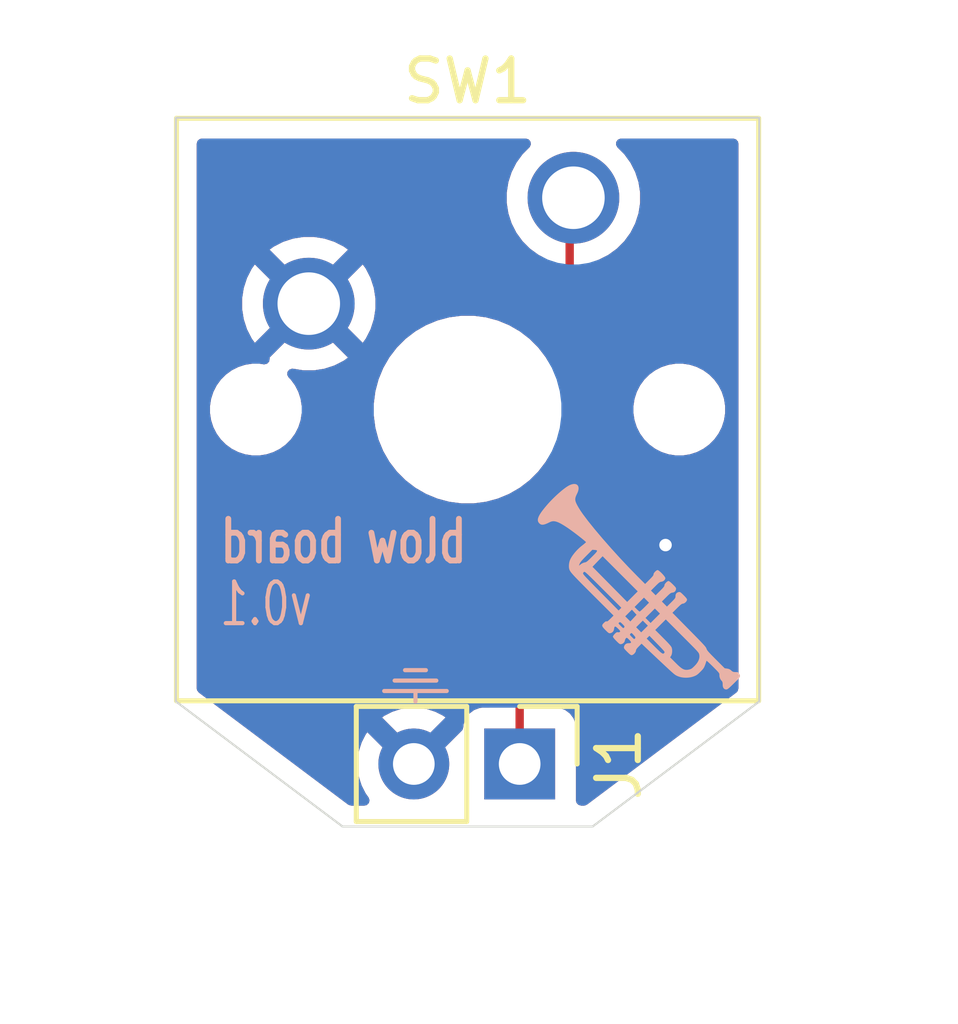
<source format=kicad_pcb>
(kicad_pcb (version 20241229) (generator "pcbnew") (generator_version "9.0")
  (layers (0 "F.Cu" signal) (2 "B.Cu" signal) (13 "F.Paste" user) (15 "B.Paste" user) (5 "F.SilkS" user "F.Silkscreen") (7 "B.SilkS" user "B.Silkscreen") (1 "F.Mask" user) (3 "B.Mask" user) (25 "Edge.Cuts" user))
  (net 0 "")
  (net 1 "GND")
  (net 2 "Net-(J1-Pin_1)")
  (footprint "Connector_PinHeader_2.54mm:PinHeader_1x02_P2.54mm_Vertical" (layer "F.Cu") (at 178.25 98.5 -90)
    (property "Reference" "J1" (at 0 -2.38 90) (layer "F.SilkS"))
    (property "Value" "Conn_01x02_Pin")
    (fp_line (start -1.38 3.92) (end 1.38 3.92) (stroke (width 0.12)) (layer "F.SilkS"))
    (fp_line (start -1.38 1.27) (end -1.38 3.92) (stroke (width 0.12)) (layer "F.SilkS"))
    (fp_line (start -1.38 1.27) (end 1.38 1.27) (stroke (width 0.12)) (layer "F.SilkS"))
    (fp_line (start 1.38 1.27) (end 1.38 3.92) (stroke (width 0.12)) (layer "F.SilkS"))
    (fp_line (start -1.38 0) (end -1.38 -1.38) (stroke (width 0.12)) (layer "F.SilkS"))
    (fp_line (start -1.38 -1.38) (end 0 -1.38) (stroke (width 0.12)) (layer "F.SilkS"))
    (pad "1" thru_hole rect (at 0 0 270) (size 1.7 1.7) (drill 1) (layers "*.Cu" "*.Mask") (net 2 "Net-(J1-Pin_1)"))
    (pad "2" thru_hole circle (at 0 2.54 270) (size 1.7 1.7) (drill 1) (layers "*.Cu" "*.Mask") (net 1 "GND"))
  )
  (footprint "Button_Switch_Keyboard:SW_Cherry_MX_1.00u_PCB" (layer "F.Cu") (at 179.54 84.92)
    (property "Reference" "SW1" (at -2.54 -2.794 0) (layer "F.SilkS"))
    (property "Value" "SW_Push")
    (fp_line (start -9.525 -1.905) (end 4.445 -1.905) (stroke (width 0.12)) (layer "F.SilkS"))
    (fp_line (start -9.525 12.065) (end -9.525 -1.905) (stroke (width 0.12)) (layer "F.SilkS"))
    (fp_line (start 4.445 -1.905) (end 4.445 12.065) (stroke (width 0.12)) (layer "F.SilkS"))
    (fp_line (start 4.445 12.065) (end -9.525 12.065) (stroke (width 0.12)) (layer "F.SilkS"))
    (pad "" np_thru_hole circle (at -7.62 5.08) (size 1.7 1.7) (drill 1.7) (layers "*.Cu" "*.Mask"))
    (pad "" np_thru_hole circle (at -2.54 5.08) (size 4 4) (drill 4) (layers "*.Cu" "*.Mask"))
    (pad "" np_thru_hole circle (at 2.54 5.08) (size 1.7 1.7) (drill 1.7) (layers "*.Cu" "*.Mask"))
    (pad "1" thru_hole circle (at 0 0) (size 2.2 2.2) (drill 1.5) (layers "*.Cu" "*.Mask") (net 2 "Net-(J1-Pin_1)"))
    (pad "2" thru_hole circle (at -6.35 2.54) (size 2.2 2.2) (drill 1.5) (layers "*.Cu" "*.Mask") (net 1 "GND"))
  )
  (gr_line (start 175 96.75) (end 176.5 96.75) (stroke (width 0.1)) (layer "B.SilkS"))
  (gr_poly (pts (xy 179.553148 91.784606) (xy 179.53969 91.785656) (xy 179.525593 91.787746) (xy 179.510878 91.790898) (xy 179.495567 91.795131) (xy 179.479681 91.800467) (xy 179.463242 91.806927) (xy 179.446271 91.814533) (xy 179.428791 91.823304) (xy 179.404741 91.837008) (xy 179.378167 91.853985) (xy 179.349361 91.873973) (xy 179.318616 91.896712) (xy 179.286226 91.921942) (xy 179.252482 91.949403) (xy 179.217677 91.978833) (xy 179.182105 92.009972) (xy 179.146058 92.04256) (xy 179.109828 92.076336) (xy 179.07371 92.111039) (xy 179.037995 92.14641) (xy 179.002976 92.182187) (xy 178.968946 92.21811) (xy 178.936198 92.253918) (xy 178.905024 92.289352) (xy 178.866725 92.334496) (xy 178.832289 92.37658) (xy 178.801653 92.415753) (xy 178.774755 92.452164) (xy 178.751531 92.485964) (xy 178.731919 92.517301) (xy 178.715856 92.546327) (xy 178.703279 92.573189) (xy 178.694125 92.598039) (xy 178.688331 92.621025) (xy 178.686674 92.631866) (xy 178.685834 92.642297) (xy 178.685802 92.652337) (xy 178.686571 92.662005) (xy 178.688133 92.67132) (xy 178.69048 92.680299) (xy 178.693604 92.688963) (xy 178.697497 92.697329) (xy 178.702152 92.705416) (xy 178.70756 92.713243) (xy 178.720606 92.728192) (xy 178.72544 92.732838) (xy 178.730321 92.737147) (xy 178.735265 92.741117) (xy 178.740285 92.744747) (xy 178.745396 92.748034) (xy 178.750613 92.750978) (xy 178.755948 92.753577) (xy 178.761418 92.755829) (xy 178.767036 92.757734) (xy 178.772816 92.759289) (xy 178.778774 92.760493) (xy 178.784922 92.761344) (xy 178.791276 92.761841) (xy 178.79785 92.761983) (xy 178.804658 92.761768) (xy 178.811715 92.761194) (xy 178.819035 92.76026) (xy 178.826632 92.758965) (xy 178.83452 92.757307) (xy 178.842715 92.755284) (xy 178.851229 92.752895) (xy 178.860079 92.750138) (xy 178.869277 92.747012) (xy 178.878838 92.743516) (xy 178.899108 92.735406) (xy 178.921004 92.725796) (xy 178.944639 92.714673) (xy 178.970128 92.702026) (xy 178.979661 92.697414) (xy 178.989156 92.693279) (xy 178.998642 92.689631) (xy 179.008147 92.686477) (xy 179.017699 92.683826) (xy 179.027327 92.681687) (xy 179.037058 92.680069) (xy 179.046921 92.678981) (xy 179.056943 92.678431) (xy 179.067154 92.678428) (xy 179.07758 92.678981) (xy 179.088251 92.680099) (xy 179.099194 92.681789) (xy 179.110437 92.684062) (xy 179.12201 92.686926) (xy 179.133938 92.690389) (xy 179.146252 92.69446) (xy 179.158979 92.699149) (xy 179.172147 92.704463) (xy 179.185784 92.710412) (xy 179.214579 92.724247) (xy 179.245589 92.740726) (xy 179.279039 92.759918) (xy 179.315154 92.781893) (xy 179.35416 92.806721) (xy 179.39628 92.834472) (xy 179.45476 92.875026) (xy 179.523672 92.9251) (xy 179.597398 92.980324) (xy 179.67032 93.036329) (xy 179.736817 93.088745) (xy 179.791272 93.133202) (xy 179.828065 93.165331) (xy 179.838083 93.175406) (xy 179.841578 93.180762) (xy 179.841445 93.181273) (xy 179.841051 93.181983) (xy 179.839503 93.183973) (xy 179.836987 93.186687) (xy 179.833556 93.19008) (xy 179.82926 93.194109) (xy 179.824153 93.198728) (xy 179.811711 93.20956) (xy 179.796649 93.22222) (xy 179.779382 93.236352) (xy 179.760329 93.251599) (xy 179.739905 93.267606) (xy 179.71723 93.285822) (xy 179.694619 93.305204) (xy 179.672199 93.325598) (xy 179.650099 93.346846) (xy 179.628447 93.368794) (xy 179.607372 93.391285) (xy 179.587003 93.414163) (xy 179.567466 93.437273) (xy 179.548891 93.460458) (xy 179.531406 93.483563) (xy 179.51514 93.506432) (xy 179.50022 93.52891) (xy 179.486776 93.550839) (xy 179.474935 93.572064) (xy 179.464826 93.59243) (xy 179.456577 93.611781) (xy 179.451864 93.624864) (xy 179.44762 93.638509) (xy 179.443851 93.652613) (xy 179.440565 93.667076) (xy 179.437768 93.681795) (xy 179.435469 93.696669) (xy 179.433673 93.711597) (xy 179.432389 93.726475) (xy 179.431622 93.741204) (xy 179.43138 93.755681) (xy 179.43167 93.769804) (xy 179.4325 93.783473) (xy 179.433875 93.796584) (xy 179.435804 93.809038) (xy 179.438293 93.820731) (xy 179.441349 93.831562) (xy 179.445978 93.844424) (xy 179.448767 93.850979) (xy 179.451969 93.857723) (xy 179.455658 93.864737) (xy 179.459909 93.872099) (xy 179.464794 93.87989) (xy 179.470387 93.888191) (xy 179.476761 93.89708) (xy 179.483991 93.906639) (xy 179.492149 93.916946) (xy 179.501309 93.928083) (xy 179.52293 93.953162) (xy 179.549442 93.982517) (xy 179.581433 94.016787) (xy 179.619491 94.056613) (xy 179.664205 94.102633) (xy 179.716163 94.155487) (xy 179.844164 94.284259) (xy 180.008201 94.448047) (xy 180.502482 94.940658) (xy 180.428718 95.014421) (xy 180.408981 95.033841) (xy 180.40026 95.042146) (xy 180.392246 95.049555) (xy 180.384895 95.056099) (xy 180.378166 95.061806) (xy 180.372014 95.066708) (xy 180.366397 95.070835) (xy 180.361272 95.074215) (xy 180.356595 95.076881) (xy 180.352323 95.078861) (xy 180.348414 95.080186) (xy 180.344824 95.080886) (xy 180.34151 95.080991) (xy 180.338429 95.080531) (xy 180.335539 95.079537) (xy 180.334239 95.079017) (xy 180.332904 95.078599) (xy 180.331531 95.078285) (xy 180.33012 95.078075) (xy 180.328669 95.07797) (xy 180.327176 95.07797) (xy 180.325641 95.078077) (xy 180.324062 95.078291) (xy 180.322437 95.078613) (xy 180.320766 95.079043) (xy 180.319046 95.079583) (xy 180.317277 95.080234) (xy 180.315457 95.080996) (xy 180.313585 95.081869) (xy 180.311658 95.082856) (xy 180.309677 95.083955) (xy 180.30764 95.085169) (xy 180.305545 95.086498) (xy 180.301176 95.089505) (xy 180.29656 95.092981) (xy 180.291685 95.096933) (xy 180.286542 95.101367) (xy 180.281118 95.10629) (xy 180.275403 95.111708) (xy 180.269386 95.117627) (xy 180.259044 95.128278) (xy 180.254449 95.133302) (xy 180.250245 95.138155) (xy 180.246438 95.142858) (xy 180.243034 95.147435) (xy 180.240038 95.151907) (xy 180.237457 95.156296) (xy 180.235294 95.160626) (xy 180.233558 95.164918) (xy 180.232252 95.169194) (xy 180.231382 95.173477) (xy 180.230955 95.177789) (xy 180.230976 95.182152) (xy 180.23145 95.186589) (xy 180.232384 95.191121) (xy 180.233782 95.195772) (xy 180.235651 95.200563) (xy 180.237997 95.205516) (xy 180.240824 95.210654) (xy 180.244138 95.216) (xy 180.247946 95.221575) (xy 180.252252 95.227401) (xy 180.257063 95.233501) (xy 180.262384 95.239898) (xy 180.268221 95.246613) (xy 180.281465 95.261088) (xy 180.296839 95.277103) (xy 180.31439 95.294838) (xy 180.337018 95.317201) (xy 180.346676 95.326465) (xy 180.355374 95.334541) (xy 180.363222 95.341496) (xy 180.37033 95.3474) (xy 180.376805 95.35232) (xy 180.382759 95.356323) (xy 180.388298 95.359479) (xy 180.393533 95.361854) (xy 180.398573 95.363517) (xy 180.403527 95.364536) (xy 180.408504 95.364979) (xy 180.413612 95.364914) (xy 180.418962 95.364408) (xy 180.424662 95.36353) (xy 180.429155 95.362644) (xy 180.433569 95.361584) (xy 180.437902 95.360354) (xy 180.44215 95.358956) (xy 180.446311 95.357395) (xy 180.450381 95.355673) (xy 180.454358 95.353794) (xy 180.458238 95.351761) (xy 180.462018 95.349577) (xy 180.465696 95.347246) (xy 180.469268 95.344771) (xy 180.472732 95.342155) (xy 180.476084 95.339402) (xy 180.479321 95.336514) (xy 180.48244 95.333496) (xy 180.485439 95.33035) (xy 180.488314 95.32708) (xy 180.491062 95.323689) (xy 180.493681 95.320181) (xy 180.496166 95.316558) (xy 180.498516 95.312824) (xy 180.500726 95.308982) (xy 180.502795 95.305036) (xy 180.504719 95.300989) (xy 180.506495 95.296844) (xy 180.50812 95.292605) (xy 180.509591 95.288274) (xy 180.510905 95.283855) (xy 180.512059 95.279352) (xy 180.51305 95.274767) (xy 180.513875 95.270105) (xy 180.514531 95.265368) (xy 180.51638 95.251742) (xy 180.518502 95.239871) (xy 180.519684 95.234591) (xy 180.520957 95.229747) (xy 180.522328 95.225339) (xy 180.523804 95.221364) (xy 180.525392 95.217822) (xy 180.527102 95.214713) (xy 180.528939 95.212035) (xy 180.530911 95.209788) (xy 180.533025 95.207971) (xy 180.53529 95.206582) (xy 180.537713 95.205621) (xy 180.5403 95.205087) (xy 180.54306 95.20498) (xy 180.545999 95.205297) (xy 180.549126 95.206039) (xy 180.552447 95.207204) (xy 180.555971 95.208792) (xy 180.559704 95.210801) (xy 180.563654 95.213231) (xy 180.567829 95.216081) (xy 180.572236 95.21935) (xy 180.576882 95.223037) (xy 180.586921 95.231662) (xy 180.598008 95.241948) (xy 180.6102 95.253888) (xy 180.627552 95.271505) (xy 180.634728 95.279051) (xy 180.640952 95.285841) (xy 180.646261 95.291936) (xy 180.65069 95.297401) (xy 180.654275 95.302296) (xy 180.657054 95.306686) (xy 180.659061 95.310634) (xy 180.659786 95.312461) (xy 180.660332 95.314201) (xy 180.660704 95.315862) (xy 180.660905 95.317452) (xy 180.660941 95.318978) (xy 180.660815 95.320449) (xy 180.660532 95.321871) (xy 180.660098 95.323254) (xy 180.659515 95.324604) (xy 180.65879 95.325931) (xy 180.656927 95.328542) (xy 180.654546 95.331151) (xy 180.653662 95.331986) (xy 180.652711 95.332791) (xy 180.651696 95.333568) (xy 180.650619 95.334314) (xy 180.648293 95.335714) (xy 180.645757 95.336987) (xy 180.643035 95.338129) (xy 180.640151 95.339133) (xy 180.637129 95.339995) (xy 180.633994 95.340712) (xy 180.630768 95.341276) (xy 180.627477 95.341685) (xy 180.624144 95.341932) (xy 180.620794 95.342014) (xy 180.61745 95.341925) (xy 180.614135 95.34166) (xy 180.610876 95.341215) (xy 180.607694 95.340585) (xy 180.603354 95.339732) (xy 180.60123 95.339435) (xy 180.599132 95.339225) (xy 180.597053 95.339107) (xy 180.594991 95.339081) (xy 180.59294 95.339151) (xy 180.590896 95.339319) (xy 180.588856 95.339586) (xy 180.586813 95.339955) (xy 180.584765 95.340428) (xy 180.582705 95.341008) (xy 180.580631 95.341696) (xy 180.578538 95.342495) (xy 180.57642 95.343408) (xy 180.574275 95.344435) (xy 180.572096 95.34558) (xy 180.569881 95.346845) (xy 180.56532 95.349744) (xy 180.560558 95.353148) (xy 180.555559 95.357076) (xy 180.550287 95.361545) (xy 180.544706 95.366574) (xy 180.538782 95.372181) (xy 180.532479 95.378382) (xy 180.527913 95.383064) (xy 180.523475 95.387844) (xy 180.519188 95.392686) (xy 180.515075 95.397557) (xy 180.51116 95.402421) (xy 180.507464 95.407245) (xy 180.504011 95.411993) (xy 180.500824 95.416632) (xy 180.497925 95.421127) (xy 180.495339 95.425443) (xy 180.493088 95.429546) (xy 180.491194 95.433401) (xy 180.489681 95.436974) (xy 180.488572 95.44023) (xy 180.48789 95.443135) (xy 180.487657 95.445655) (xy 180.487747 95.447044) (xy 180.488014 95.448577) (xy 180.488457 95.450252) (xy 180.489074 95.452066) (xy 180.490823 95.456105) (xy 180.493245 95.460672) (xy 180.496326 95.465751) (xy 180.500051 95.471321) (xy 180.504405 95.477364) (xy 180.509374 95.48386) (xy 180.514941 95.490792) (xy 180.521093 95.498139) (xy 180.527815 95.505883) (xy 180.535091 95.514005) (xy 180.542907 95.522486) (xy 180.551248 95.531307) (xy 180.5601 95.540449) (xy 180.569446 95.549894) (xy 180.59439 95.574593) (xy 180.604965 95.584796) (xy 180.614439 95.593674) (xy 180.622932 95.601305) (xy 180.630567 95.607767) (xy 180.637467 95.61314) (xy 180.643753 95.617502) (xy 180.649547 95.620932) (xy 180.654971 95.623509) (xy 180.660148 95.625311) (xy 180.665199 95.626417) (xy 180.670246 95.626905) (xy 180.675412 95.626855) (xy 180.680818 95.626345) (xy 180.686587 95.625454) (xy 180.690736 95.624634) (xy 180.694843 95.623647) (xy 180.698902 95.622496) (xy 180.702909 95.621188) (xy 180.710746 95.618113) (xy 180.718317 95.61446) (xy 180.725585 95.610266) (xy 180.732511 95.605567) (xy 180.739059 95.600401) (xy 180.745191 95.594804) (xy 180.750869 95.588813) (xy 180.756056 95.582465) (xy 180.760713 95.575797) (xy 180.764804 95.568846) (xy 180.766626 95.565276) (xy 180.768291 95.561648) (xy 180.769796 95.557969) (xy 180.771136 95.554241) (xy 180.772307 95.550471) (xy 180.773302 95.546662) (xy 180.774119 95.542819) (xy 180.774751 95.538946) (xy 180.77531 95.535587) (xy 180.776064 95.532104) (xy 180.777001 95.528526) (xy 180.778107 95.524879) (xy 180.77937 95.521191) (xy 180.780777 95.517489) (xy 180.782316 95.5138) (xy 180.783972 95.510152) (xy 180.785733 95.506572) (xy 180.787587 95.503087) (xy 180.78952 95.499725) (xy 180.79152 95.496513) (xy 180.793573 95.493478) (xy 180.795667 95.490648) (xy 180.797789 95.488049) (xy 180.799925 95.485709) (xy 180.803388 95.482265) (xy 180.805027 95.480752) (xy 180.806619 95.479385) (xy 180.808175 95.478168) (xy 180.809705 95.477107) (xy 180.811222 95.476206) (xy 180.812736 95.475471) (xy 180.814258 95.474907) (xy 180.815798 95.474519) (xy 180.817369 95.474311) (xy 180.818981 95.474288) (xy 180.820645 95.474457) (xy 180.822372 95.474821) (xy 180.824173 95.475385) (xy 180.826059 95.476155) (xy 180.828041 95.477135) (xy 180.830131 95.478331) (xy 180.832339 95.479747) (xy 180.834675 95.481389) (xy 180.837152 95.483261) (xy 180.839781 95.485369) (xy 180.842571 95.487717) (xy 180.845535 95.490311) (xy 180.848682 95.493154) (xy 180.852026 95.496254) (xy 180.859342 95.503238) (xy 180.867571 95.511304) (xy 180.876802 95.520491) (xy 180.888011 95.531982) (xy 180.897615 95.542462) (xy 180.905604 95.551967) (xy 180.908991 95.556366) (xy 180.911972 95.560535) (xy 180.914544 95.564479) (xy 180.916709 95.568203) (xy 180.918464 95.571711) (xy 180.919808 95.575008) (xy 180.920741 95.578099) (xy 180.921261 95.580988) (xy 180.921368 95.58368) (xy 180.92106 95.58618) (xy 180.920336 95.588492) (xy 180.919197 95.590622) (xy 180.917639 95.592572) (xy 180.915663 95.59435) (xy 180.913268 95.595958) (xy 180.910452 95.597402) (xy 180.907214 95.598686) (xy 180.903554 95.599815) (xy 180.899471 95.600794) (xy 180.894963 95.601628) (xy 180.890029 95.60232) (xy 180.884669 95.602876) (xy 180.872665 95.603597) (xy 180.858943 95.60383) (xy 180.853931 95.603933) (xy 180.848987 95.604242) (xy 180.844117 95.604753) (xy 180.839324 95.605462) (xy 180.834612 95.606366) (xy 180.829986 95.607462) (xy 180.82545 95.608746) (xy 180.821007 95.610215) (xy 180.816661 95.611864) (xy 180.812418 95.613692) (xy 180.80828 95.615695) (xy 180.804253 95.617868) (xy 180.80034 95.620209) (xy 180.796545 95.622714) (xy 180.792872 95.62538) (xy 180.789326 95.628203) (xy 180.78591 95.631181) (xy 180.782629 95.634309) (xy 180.779487 95.637584) (xy 180.776487 95.641003) (xy 180.773635 95.644562) (xy 180.770934 95.648258) (xy 180.768387 95.652087) (xy 180.766 95.656047) (xy 180.763777 95.660133) (xy 180.76172 95.664343) (xy 180.759836 95.668672) (xy 180.758127 95.673118) (xy 180.756597 95.677677) (xy 180.755252 95.682345) (xy 180.754094 95.687119) (xy 180.753129 95.691996) (xy 180.752237 95.697771) (xy 180.751929 95.700515) (xy 180.751726 95.703183) (xy 180.751639 95.705791) (xy 180.751678 95.708354) (xy 180.751852 95.710888) (xy 180.752171 95.713409) (xy 180.752646 95.715931) (xy 180.753286 95.71847) (xy 180.754102 95.721041) (xy 180.755102 95.723661) (xy 180.756299 95.726344) (xy 180.7577 95.729105) (xy 180.759317 95.731961) (xy 180.761159 95.734927) (xy 180.763236 95.738017) (xy 180.765559 95.741248) (xy 180.768136 95.744635) (xy 180.770979 95.748193) (xy 180.774097 95.751937) (xy 180.777501 95.755884) (xy 180.785203 95.764446) (xy 180.794165 95.774001) (xy 180.804468 95.784674) (xy 180.816191 95.796586) (xy 180.829414 95.809863) (xy 180.851859 95.83198) (xy 180.861782 95.841469) (xy 180.870914 95.849967) (xy 180.879313 95.857515) (xy 180.887037 95.864156) (xy 180.894143 95.869931) (xy 180.900689 95.874881) (xy 180.906731 95.879048) (xy 180.912328 95.882474) (xy 180.917537 95.8852) (xy 180.922415 95.887268) (xy 180.92702 95.888719) (xy 180.931408 95.889595) (xy 180.935639 95.889938) (xy 180.939768 95.889789) (xy 180.939757 95.889798) (xy 180.943515 95.889283) (xy 180.947373 95.888434) (xy 180.951317 95.887266) (xy 180.955334 95.885795) (xy 180.959408 95.884036) (xy 180.963527 95.882003) (xy 180.967676 95.879712) (xy 180.971841 95.877177) (xy 180.980164 95.871436) (xy 180.988383 95.864901) (xy 180.996387 95.857692) (xy 181.004064 95.849928) (xy 181.011302 95.841729) (xy 181.017989 95.833215) (xy 181.024013 95.824505) (xy 181.029262 95.81572) (xy 181.031561 95.811337) (xy 181.033624 95.80698) (xy 181.035438 95.802663) (xy 181.036987 95.798403) (xy 181.03826 95.794214) (xy 181.03924 95.790111) (xy 181.039915 95.786108) (xy 181.04027 95.782222) (xy 181.040698 95.777436) (xy 181.041521 95.772623) (xy 181.042764 95.767745) (xy 181.044452 95.762766) (xy 181.046609 95.757648) (xy 181.049261 95.752354) (xy 181.052434 95.746849) (xy 181.056151 95.741094) (xy 181.060439 95.735053) (xy 181.065321 95.728689) (xy 181.070824 95.721966) (xy 181.076972 95.714846) (xy 181.08379 95.707293) (xy 181.091303 95.699269) (xy 181.099536 95.690738) (xy 181.108515 95.681662) (xy 181.175063 95.615114) (xy 181.369388 95.799644) (xy 181.567891 95.986865) (xy 181.772262 96.177865) (xy 181.839229 96.239898) (xy 181.891412 96.287543) (xy 181.931878 96.323151) (xy 181.948675 96.337176) (xy 181.963694 96.349075) (xy 181.977317 96.359141) (xy 181.989927 96.367667) (xy 182.001909 96.374949) (xy 182.013645 96.38128) (xy 182.02552 96.386954) (xy 182.037916 96.392266) (xy 182.065805 96.402976) (xy 182.085813 96.409738) (xy 182.106662 96.415571) (xy 182.128243 96.420477) (xy 182.150445 96.424455) (xy 182.173159 96.427508) (xy 182.196275 96.429635) (xy 182.219682 96.430837) (xy 182.24327 96.431116) (xy 182.266929 96.430473) (xy 182.290549 96.428907) (xy 182.31402 96.42642) (xy 182.337232 96.423013) (xy 182.360074 96.418687) (xy 182.382437 96.413442) (xy 182.404211 96.40728) (xy 182.425284 96.400201) (xy 182.437398 96.395687) (xy 182.448637 96.391262) (xy 182.459134 96.386834) (xy 182.469021 96.382312) (xy 182.478432 96.377603) (xy 182.487498 96.372616) (xy 182.496352 96.367259) (xy 182.505127 96.361441) (xy 182.513954 96.35507) (xy 182.522967 96.348053) (xy 182.532298 96.340299) (xy 182.54208 96.331718) (xy 182.552444 96.322215) (xy 182.563523 96.311701) (xy 182.588358 96.287269) (xy 182.603388 96.272161) (xy 182.616746 96.258467) (xy 182.62862 96.245846) (xy 182.639198 96.233961) (xy 182.648668 96.222473) (xy 182.657217 96.211041) (xy 182.661204 96.205241) (xy 182.665032 96.199329) (xy 182.668723 96.193261) (xy 182.672301 96.186995) (xy 182.679213 96.173702) (xy 182.685953 96.159111) (xy 182.69271 96.142881) (xy 182.699672 96.124676) (xy 182.707026 96.104155) (xy 182.714959 96.080979) (xy 182.733315 96.025309) (xy 182.733693 96.024967) (xy 182.734464 96.025028) (xy 182.735618 96.025482) (xy 182.737144 96.026319) (xy 182.741277 96.02911) (xy 182.74678 96.033326) (xy 182.753574 96.038894) (xy 182.761578 96.045741) (xy 182.770712 96.053793) (xy 182.780894 96.062977) (xy 182.804082 96.084449) (xy 182.8305 96.109568) (xy 182.859501 96.137749) (xy 182.890442 96.168403) (xy 182.938465 96.216601) (xy 182.975282 96.254196) (xy 183.002347 96.283017) (xy 183.012677 96.294709) (xy 183.021114 96.304893) (xy 183.027839 96.313799) (xy 183.033034 96.321655) (xy 183.036881 96.328689) (xy 183.039562 96.335131) (xy 183.041257 96.341209) (xy 183.04215 96.347151) (xy 183.04242 96.353187) (xy 183.042251 96.359546) (xy 183.042022 96.369511) (xy 183.042319 96.379517) (xy 183.043126 96.389528) (xy 183.044431 96.399504) (xy 183.046219 96.409409) (xy 183.048478 96.419204) (xy 183.051194 96.428853) (xy 183.054354 96.438318) (xy 183.057942 96.44756) (xy 183.061947 96.456542) (xy 183.066355 96.465228) (xy 183.071151 96.473578) (xy 183.076323 96.481556) (xy 183.081857 96.489124) (xy 183.087738 96.496244) (xy 183.093955 96.502878) (xy 183.09777 96.506906) (xy 183.101271 96.511055) (xy 183.104463 96.515349) (xy 183.107355 96.519813) (xy 183.109953 96.524473) (xy 183.112266 96.529352) (xy 183.114299 96.534475) (xy 183.116061 96.539867) (xy 183.117558 96.545553) (xy 183.118799 96.551558) (xy 183.119789 96.557905) (xy 183.120537 96.56462) (xy 183.12105 96.571728) (xy 183.121334 96.579253) (xy 183.121398 96.58722) (xy 183.121249 96.595653) (xy 183.121278 96.609103) (xy 183.122157 96.621899) (xy 183.123858 96.634005) (xy 183.126357 96.645389) (xy 183.129628 96.656016) (xy 183.131545 96.661036) (xy 183.133646 96.665853) (xy 183.135927 96.670464) (xy 183.138385 96.674865) (xy 183.141017 96.679051) (xy 183.14382 96.683019) (xy 183.14679 96.686763) (xy 183.149925 96.69028) (xy 183.153221 96.693565) (xy 183.156675 96.696614) (xy 183.160284 96.699423) (xy 183.164045 96.701988) (xy 183.167954 96.704304) (xy 183.172009 96.706367) (xy 183.176206 96.708173) (xy 183.180542 96.709718) (xy 183.185013 96.710997) (xy 183.189618 96.712007) (xy 183.194351 96.712742) (xy 183.199211 96.713199) (xy 183.204194 96.713373) (xy 183.209297 96.71326) (xy 183.21202 96.713062) (xy 183.21475 96.712729) (xy 183.217506 96.712247) (xy 183.220306 96.711602) (xy 183.223169 96.710778) (xy 183.226112 96.709761) (xy 183.229153 96.708537) (xy 183.232311 96.707091) (xy 183.235605 96.705408) (xy 183.239051 96.703473) (xy 183.242669 96.701273) (xy 183.246476 96.698792) (xy 183.250492 96.696016) (xy 183.254733 96.69293) (xy 183.263966 96.68577) (xy 183.274321 96.677195) (xy 183.285944 96.667089) (xy 183.29898 96.655335) (xy 183.313575 96.641815) (xy 183.329874 96.626414) (xy 183.348023 96.609013) (xy 183.390452 96.567746) (xy 183.444179 96.514726) (xy 183.465919 96.492683) (xy 183.484451 96.473216) (xy 183.499931 96.456027) (xy 183.512516 96.440815) (xy 183.522363 96.427279) (xy 183.526308 96.421046) (xy 183.529627 96.415119) (xy 183.53234 96.409462) (xy 183.534466 96.404036) (xy 183.536024 96.398803) (xy 183.537034 96.393728) (xy 183.537516 96.388771) (xy 183.53749 96.383896) (xy 183.536974 96.379064) (xy 183.535988 96.374239) (xy 183.534552 96.369382) (xy 183.532685 96.364457) (xy 183.527738 96.35425) (xy 183.521304 96.343318) (xy 183.513537 96.33136) (xy 183.509795 96.325921) (xy 183.506164 96.321045) (xy 183.504368 96.318809) (xy 183.502573 96.316703) (xy 183.500771 96.314723) (xy 183.498953 96.312866) (xy 183.497111 96.311127) (xy 183.495235 96.309504) (xy 183.493317 96.307993) (xy 183.491349 96.30659) (xy 183.489321 96.305291) (xy 183.487225 96.304093) (xy 183.485052 96.302992) (xy 183.482793 96.301985) (xy 183.48044 96.301067) (xy 183.477985 96.300236) (xy 183.475417 96.299487) (xy 183.472729 96.298818) (xy 183.469912 96.298224) (xy 183.466958 96.297701) (xy 183.463856 96.297247) (xy 183.4606 96.296857) (xy 183.457179 96.296528) (xy 183.453587 96.296256) (xy 183.445848 96.29587) (xy 183.437315 96.295669) (xy 183.427917 96.295623) (xy 183.419066 96.295547) (xy 183.410814 96.295265) (xy 183.403107 96.294757) (xy 183.395888 96.294002) (xy 183.389101 96.29298) (xy 183.38269 96.29167) (xy 183.376599 96.290051) (xy 183.370773 96.288101) (xy 183.365156 96.285801) (xy 183.359692 96.283129) (xy 183.354324 96.280065) (xy 183.348998 96.276587) (xy 183.343657 96.272676) (xy 183.338245 96.268309) (xy 183.332707 96.263467) (xy 183.326986 96.258128) (xy 183.321861 96.253388) (xy 183.316651 96.248924) (xy 183.311346 96.244729) (xy 183.305934 96.240801) (xy 183.300405 96.237132) (xy 183.294748 96.233719) (xy 183.288953 96.230557) (xy 183.28301 96.22764) (xy 183.276906 96.224964) (xy 183.270632 96.222523) (xy 183.264177 96.220314) (xy 183.257531 96.21833) (xy 183.250682 96.216567) (xy 183.24362 96.21502) (xy 183.236334 96.213684) (xy 183.228815 96.212554) (xy 183.169875 96.204621) (xy 182.958312 95.993057) (xy 182.896337 95.930843) (xy 182.877459 95.911628) (xy 182.563071 95.911628) (xy 182.563061 95.928035) (xy 182.561758 95.944576) (xy 182.55917 95.961236) (xy 182.555303 95.978) (xy 182.550162 95.99485) (xy 182.543756 96.011774) (xy 182.53609 96.028753) (xy 182.52717 96.045774) (xy 182.517003 96.062821) (xy 182.505595 96.079877) (xy 182.492954 96.096928) (xy 182.479084 96.113959) (xy 182.463994 96.130952) (xy 182.447688 96.147894) (xy 182.425022 96.170209) (xy 182.415092 96.17963) (xy 182.405929 96.188002) (xy 182.397405 96.195406) (xy 182.389393 96.201923) (xy 182.381767 96.207634) (xy 182.374398 96.212621) (xy 182.36716 96.216964) (xy 182.359927 96.220745) (xy 182.35257 96.224045) (xy 182.344963 96.226945) (xy 182.336979 96.229526) (xy 182.328491 96.23187) (xy 182.319371 96.234057) (xy 182.309493 96.236169) (xy 182.289949 96.239681) (xy 182.271435 96.241925) (xy 182.262493 96.242536) (xy 182.253724 96.242785) (xy 182.245099 96.24266) (xy 182.236589 96.242146) (xy 182.228166 96.241228) (xy 182.219801 96.239892) (xy 182.211467 96.238123) (xy 182.203135 96.235908) (xy 182.194775 96.233231) (xy 182.186361 96.230078) (xy 182.177863 96.226434) (xy 182.169253 96.222286) (xy 182.160502 96.217619) (xy 182.151582 96.212418) (xy 182.142466 96.206669) (xy 182.133123 96.200357) (xy 182.113647 96.185989) (xy 182.092927 96.169197) (xy 182.070735 96.149867) (xy 182.046844 96.127882) (xy 182.021027 96.103128) (xy 181.993055 96.075488) (xy 181.86049 95.942938) (xy 181.882932 95.907864) (xy 181.88809 95.898734) (xy 181.892716 95.888393) (xy 181.896798 95.877) (xy 181.900328 95.864709) (xy 181.903295 95.851679) (xy 181.905689 95.838065) (xy 181.9075 95.824024) (xy 181.907928 95.818992) (xy 181.726894 95.818992) (xy 181.726731 95.823129) (xy 181.725558 95.82682) (xy 181.723567 95.830298) (xy 181.720547 95.834614) (xy 181.717563 95.838551) (xy 181.714582 95.842086) (xy 181.711569 95.845197) (xy 181.708492 95.847864) (xy 181.706919 95.849025) (xy 181.705317 95.850066) (xy 181.703683 95.850985) (xy 181.702011 95.85178) (xy 181.700299 95.852448) (xy 181.698541 95.852985) (xy 181.696733 95.853391) (xy 181.694872 95.853661) (xy 181.692953 95.853793) (xy 181.690972 95.853785) (xy 181.688925 95.853633) (xy 181.686807 95.853336) (xy 181.684615 95.85289) (xy 181.682344 95.852293) (xy 181.67999 95.851542) (xy 181.677549 95.850634) (xy 181.675017 95.849567) (xy 181.67239 95.848338) (xy 181.666831 95.845384) (xy 181.660841 95.84175) (xy 181.654386 95.837415) (xy 181.647432 95.832358) (xy 181.639946 95.826556) (xy 181.631894 95.819989) (xy 181.623243 95.812636) (xy 181.61396 95.804474) (xy 181.604012 95.795483) (xy 181.593364 95.785641) (xy 181.581984 95.774926) (xy 181.569838 95.763318) (xy 181.543114 95.737335) (xy 181.512925 95.70752) (xy 181.479005 95.673703) (xy 181.297739 95.492437) (xy 181.321593 95.468583) (xy 181.026372 95.468583) (xy 181.026307 95.470371) (xy 181.026086 95.472133) (xy 181.025713 95.473878) (xy 181.025193 95.475616) (xy 181.02453 95.477357) (xy 181.022788 95.480887) (xy 181.02052 95.484545) (xy 181.017758 95.488409) (xy 181.0147 95.492364) (xy 181.013255 95.494113) (xy 181.01185 95.495704) (xy 181.010474 95.497131) (xy 181.009117 95.49839) (xy 181.007766 95.499475) (xy 181.00641 95.500381) (xy 181.005038 95.501104) (xy 181.004343 95.501395) (xy 181.003639 95.501639) (xy 181.002925 95.501834) (xy 181.002201 95.50198) (xy 181.001463 95.502077) (xy 181.000712 95.502123) (xy 180.999946 95.502118) (xy 180.999162 95.502062) (xy 180.998361 95.501954) (xy 180.997539 95.501793) (xy 180.996697 95.501579) (xy 180.995832 95.501311) (xy 180.99403 95.500611) (xy 180.99212 95.499687) (xy 180.990092 95.498535) (xy 180.987934 95.49715) (xy 180.985636 95.495527) (xy 180.983185 95.493661) (xy 180.98057 95.491546) (xy 180.977781 95.489179) (xy 180.974805 95.486554) (xy 180.971631 95.483666) (xy 180.968248 95.480509) (xy 180.960809 95.473374) (xy 180.952398 95.465106) (xy 180.942923 95.455668) (xy 180.924884 95.437462) (xy 180.917635 95.429911) (xy 180.911508 95.423253) (xy 180.906461 95.417386) (xy 180.902451 95.412203) (xy 180.900821 95.409836) (xy 180.899435 95.407602) (xy 180.898287 95.405486) (xy 180.897372 95.403476) (xy 180.896684 95.401558) (xy 180.896217 95.399721) (xy 180.895968 95.39795) (xy 180.895929 95.396232) (xy 180.896096 95.394556) (xy 180.896464 95.392906) (xy 180.897028 95.391271) (xy 180.89778 95.389637) (xy 180.898718 95.387991) (xy 180.899835 95.38632) (xy 180.902584 95.382851) (xy 180.905986 95.379126) (xy 180.909998 95.375039) (xy 180.914107 95.370992) (xy 180.916009 95.369195) (xy 180.917827 95.367555) (xy 180.919572 95.366078) (xy 180.921257 95.36477) (xy 180.922894 95.363636) (xy 180.924497 95.362681) (xy 180.926077 95.361912) (xy 180.927647 95.361332) (xy 180.929219 95.360949) (xy 180.93001 95.360832) (xy 180.930806 95.360766) (xy 180.93161 95.360753) (xy 180.932421 95.360791) (xy 180.933242 95.360882) (xy 180.934075 95.361028) (xy 180.935781 95.361482) (xy 180.937552 95.362159) (xy 180.9394 95.363065) (xy 180.941337 95.364205) (xy 180.943377 95.365584) (xy 180.945531 95.367208) (xy 180.947811 95.369083) (xy 180.950231 95.371213) (xy 180.952803 95.373604) (xy 180.955539 95.376262) (xy 180.958452 95.379192) (xy 180.961554 95.3824) (xy 180.968375 95.38967) (xy 180.976102 95.398115) (xy 180.984834 95.407779) (xy 180.999872 95.424765) (xy 181.006014 95.432012) (xy 181.011281 95.438534) (xy 181.015705 95.444407) (xy 181.019316 95.449708) (xy 181.022148 95.454517) (xy 181.023281 95.45676) (xy 181.024231 95.45891) (xy 181.025002 95.460975) (xy 181.025597 95.462965) (xy 181.026022 95.46489) (xy 181.026279 95.466759) (xy 181.026372 95.468583) (xy 181.321593 95.468583) (xy 181.330673 95.459504) (xy 181.363607 95.42657) (xy 181.550381 95.618407) (xy 181.607521 95.677278) (xy 181.651469 95.723163) (xy 181.683751 95.757929) (xy 181.695994 95.771725) (xy 181.705892 95.783441) (xy 181.713637 95.793311) (xy 181.719419 95.801568) (xy 181.723428 95.808445) (xy 181.725856 95.814175) (xy 181.726894 95.818992) (xy 181.907928 95.818992) (xy 181.908718 95.809713) (xy 181.909334 95.795289) (xy 181.909336 95.780909) (xy 181.908716 95.766728) (xy 181.907463 95.752903) (xy 181.905567 95.739592) (xy 181.903018 95.726951) (xy 181.899807 95.715137) (xy 181.895923 95.704306) (xy 181.893007 95.698079) (xy 181.889026 95.691047) (xy 181.883924 95.683151) (xy 181.877648 95.674329) (xy 181.870142 95.66452) (xy 181.861353 95.653663) (xy 181.851226 95.641697) (xy 181.839707 95.628561) (xy 181.826742 95.614194) (xy 181.812276 95.598535) (xy 181.796255 95.581523) (xy 181.778625 95.563096) (xy 181.738319 95.521758) (xy 181.690925 95.474031) (xy 181.503536 95.286641) (xy 181.606435 95.183741) (xy 181.325802 95.183741) (xy 181.24629 95.263254) (xy 181.166777 95.342766) (xy 181.105973 95.281963) (xy 181.04517 95.221159) (xy 181.059579 95.20675) (xy 180.764613 95.20675) (xy 180.764575 95.208489) (xy 180.764369 95.210208) (xy 180.764001 95.211915) (xy 180.763477 95.213624) (xy 180.7628 95.215343) (xy 180.761011 95.218856) (xy 180.758674 95.222542) (xy 180.755832 95.226487) (xy 180.752751 95.230474) (xy 180.751295 95.232236) (xy 180.74988 95.233835) (xy 180.748491 95.235265) (xy 180.747118 95.236521) (xy 180.745747 95.237596) (xy 180.744366 95.238484) (xy 180.743668 95.238856) (xy 180.742962 95.23918) (xy 180.742248 95.239454) (xy 180.741523 95.239678) (xy 180.740787 95.23985) (xy 180.740037 95.239971) (xy 180.739272 95.240039) (xy 180.738491 95.240054) (xy 180.737691 95.240015) (xy 180.736871 95.239921) (xy 180.736031 95.239772) (xy 180.735167 95.239566) (xy 180.734279 95.239303) (xy 180.733365 95.238983) (xy 180.731453 95.238165) (xy 180.729418 95.237108) (xy 180.727248 95.235805) (xy 180.724931 95.23425) (xy 180.722453 95.232437) (xy 180.719802 95.230361) (xy 180.716967 95.228015) (xy 180.713933 95.225393) (xy 180.710689 95.22249) (xy 180.707223 95.219299) (xy 180.703521 95.215816) (xy 180.695361 95.207944) (xy 180.686111 95.198827) (xy 180.675669 95.188418) (xy 180.65614 95.168723) (xy 180.648268 95.160563) (xy 180.641593 95.153394) (xy 180.636068 95.147117) (xy 180.631645 95.14163) (xy 180.628278 95.136835) (xy 180.626975 95.134665) (xy 180.625918 95.132631) (xy 180.6251 95.130719) (xy 180.624517 95.128918) (xy 180.624162 95.127214) (xy 180.62403 95.125595) (xy 180.624113 95.124049) (xy 180.624407 95.122563) (xy 180.624905 95.121124) (xy 180.625601 95.119721) (xy 180.62649 95.11834) (xy 180.627565 95.116969) (xy 180.630252 95.114208) (xy 180.633613 95.111337) (xy 180.637601 95.108255) (xy 180.641545 95.105413) (xy 180.643415 95.104179) (xy 180.645231 95.103077) (xy 180.647004 95.102111) (xy 180.648744 95.101287) (xy 180.650463 95.10061) (xy 180.652171 95.100085) (xy 180.653879 95.099718) (xy 180.655597 95.099512) (xy 180.657337 95.099474) (xy 180.659109 95.099608) (xy 180.660923 95.099919) (xy 180.662791 95.100413) (xy 180.664722 95.101095) (xy 180.666729 95.101969) (xy 180.668821 95.103041) (xy 180.67101 95.104316) (xy 180.673305 95.1058) (xy 180.675719 95.107496) (xy 180.67826 95.10941) (xy 180.680941 95.111548) (xy 180.683772 95.113914) (xy 180.686764 95.116513) (xy 180.693271 95.122432) (xy 180.70055 95.129347) (xy 180.708686 95.137297) (xy 180.717764 95.146323) (xy 180.73474 95.163537) (xy 180.741655 95.170815) (xy 180.747574 95.177323) (xy 180.752539 95.183145) (xy 180.756591 95.188368) (xy 180.75977 95.193077) (xy 180.761045 95.195265) (xy 180.762118 95.197357) (xy 180.762992 95.199364) (xy 180.763674 95.201296) (xy 180.764168 95.203164) (xy 180.764479 95.204978) (xy 180.764613 95.20675) (xy 181.059579 95.20675) (xy 181.124681 95.141647) (xy 181.204194 95.062134) (xy 181.264998 95.122937) (xy 181.325802 95.183741) (xy 181.606435 95.183741) (xy 181.62982 95.160357) (xy 181.756105 95.034072) (xy 182.152285 95.430252) (xy 182.38112 95.659755) (xy 182.451922 95.732128) (xy 182.49996 95.783218) (xy 182.52997 95.818251) (xy 182.539695 95.83138) (xy 182.546689 95.842455) (xy 182.551543 95.852129) (xy 182.55485 95.861055) (xy 182.55919 95.879278) (xy 182.561783 95.89537) (xy 182.563071 95.911628) (xy 182.877459 95.911628) (xy 182.847232 95.880862) (xy 182.809395 95.841282) (xy 182.781225 95.810268) (xy 182.770264 95.7974) (xy 182.76112 95.785986) (xy 182.753591 95.775796) (xy 182.747478 95.766601) (xy 182.742581 95.758171) (xy 182.738699 95.750279) (xy 182.735633 95.742693) (xy 182.733181 95.735186) (xy 182.731942 95.731256) (xy 182.730478 95.727248) (xy 182.728738 95.723104) (xy 182.726668 95.718766) (xy 182.724214 95.714174) (xy 182.721323 95.709271) (xy 182.717942 95.703999) (xy 182.714016 95.698299) (xy 182.709493 95.692112) (xy 182.70432 95.685381) (xy 182.691808 95.670052) (xy 182.676052 95.651845) (xy 182.656627 95.630294) (xy 182.633103 95.604932) (xy 182.605056 95.575292) (xy 182.572056 95.540908) (xy 182.533678 95.501314) (xy 182.439076 95.404627) (xy 182.317834 95.281499) (xy 181.935422 94.893757) (xy 181.615788 94.893757) (xy 181.503535 95.006009) (xy 181.391282 95.118263) (xy 181.330478 95.057459) (xy 181.269674 94.996655) (xy 181.344508 94.921821) (xy 181.05452 94.921821) (xy 180.980061 95.00171) (xy 180.905607 95.081603) (xy 180.844424 95.02042) (xy 180.783242 94.959239) (xy 180.863203 94.879277) (xy 180.943162 94.799318) (xy 180.998841 94.86057) (xy 181.05452 94.921821) (xy 181.344508 94.921821) (xy 181.381928 94.884401) (xy 181.494181 94.772149) (xy 181.554985 94.832952) (xy 181.615788 94.893757) (xy 181.935422 94.893757) (xy 181.916055 94.87412) (xy 182.024772 94.765403) (xy 182.055365 94.735107) (xy 182.080757 94.710718) (xy 182.091744 94.700552) (xy 182.101719 94.69164) (xy 182.110778 94.683905) (xy 182.119018 94.677275) (xy 182.126534 94.671673) (xy 182.133423 94.667027) (xy 182.139781 94.66326) (xy 182.145704 94.660299) (xy 182.151287 94.658068) (xy 182.156628 94.656494) (xy 182.161822 94.655501) (xy 182.166964 94.655016) (xy 182.170743 94.654686) (xy 182.174601 94.654079) (xy 182.178525 94.653204) (xy 182.182504 94.652074) (xy 182.186524 94.6507) (xy 182.190574 94.649093) (xy 182.198712 94.645229) (xy 182.20682 94.640572) (xy 182.2148 94.635214) (xy 182.222551 94.629248) (xy 182.229976 94.622764) (xy 182.236976 94.615854) (xy 182.243452 94.60861) (xy 182.249306 94.601124) (xy 182.254438 94.593487) (xy 182.256702 94.589641) (xy 182.258749 94.585792) (xy 182.260567 94.58195) (xy 182.262142 94.578129) (xy 182.263463 94.574338) (xy 182.264518 94.57059) (xy 182.265293 94.566896) (xy 182.265777 94.563268) (xy 182.265902 94.561271) (xy 182.265907 94.559248) (xy 182.265785 94.557192) (xy 182.265534 94.555096) (xy 182.265146 94.552955) (xy 182.264618 94.550761) (xy 182.263945 94.548507) (xy 182.263122 94.546188) (xy 182.262144 94.543795) (xy 182.261007 94.541324) (xy 182.259704 94.538767) (xy 182.258233 94.536117) (xy 182.256587 94.533368) (xy 182.254763 94.530513) (xy 182.250557 94.52446) (xy 182.245577 94.517904) (xy 182.239785 94.510792) (xy 182.233141 94.503071) (xy 182.225607 94.494688) (xy 182.217144 94.485591) (xy 182.207714 94.475725) (xy 182.197278 94.465038) (xy 182.185798 94.453477) (xy 182.160608 94.428531) (xy 182.149936 94.418229) (xy 182.140381 94.409266) (xy 182.131819 94.401564) (xy 182.124128 94.395042) (xy 182.117183 94.389621) (xy 182.110862 94.385221) (xy 182.105041 94.381762) (xy 182.099596 94.379165) (xy 182.094405 94.377348) (xy 182.089344 94.376233) (xy 182.084289 94.37574) (xy 182.079118 94.375788) (xy 182.073706 94.376299) (xy 182.067931 94.377191) (xy 182.063211 94.378108) (xy 182.058628 94.37917) (xy 182.054184 94.380376) (xy 182.049879 94.381725) (xy 182.045713 94.383216) (xy 182.041689 94.384849) (xy 182.037807 94.386621) (xy 182.034067 94.388533) (xy 182.03047 94.390584) (xy 182.027017 94.392771) (xy 182.023709 94.395095) (xy 182.020546 94.397555) (xy 182.01753 94.400148) (xy 182.014662 94.402875) (xy 182.011941 94.405735) (xy 182.009369 94.408726) (xy 182.006947 94.411847) (xy 182.004675 94.415098) (xy 182.002555 94.418477) (xy 182.000587 94.421984) (xy 181.998771 94.425617) (xy 181.997109 94.429376) (xy 181.995602 94.433259) (xy 181.99425 94.437266) (xy 181.993054 94.441395) (xy 181.992015 94.445646) (xy 181.991133 94.450018) (xy 181.99041 94.454509) (xy 181.989846 94.459119) (xy 181.989443 94.463847) (xy 181.9892 94.468691) (xy 181.989119 94.473652) (xy 181.989032 94.481547) (xy 181.988687 94.488782) (xy 181.988379 94.492209) (xy 181.98796 94.495539) (xy 181.987413 94.498795) (xy 181.986724 94.502) (xy 181.985877 94.505176) (xy 181.984855 94.508348) (xy 181.983644 94.511536) (xy 181.982228 94.514764) (xy 181.98059 94.518056) (xy 181.978716 94.521433) (xy 181.976589 94.524919) (xy 181.974194 94.528536) (xy 181.971516 94.532308) (xy 181.968538 94.536256) (xy 181.965245 94.540404) (xy 181.961622 94.544775) (xy 181.95332 94.554276) (xy 181.943508 94.564942) (xy 181.93206 94.576954) (xy 181.91885 94.590495) (xy 181.886646 94.622897) (xy 181.784172 94.72537) (xy 181.723368 94.664567) (xy 181.690633 94.631832) (xy 181.353865 94.631832) (xy 181.247848 94.737849) (xy 181.226297 94.759145) (xy 181.205699 94.779013) (xy 181.186541 94.797017) (xy 181.169309 94.812723) (xy 181.154489 94.825695) (xy 181.142566 94.8355) (xy 181.137843 94.839078) (xy 181.134027 94.841701) (xy 181.131179 94.843315) (xy 181.129358 94.843865) (xy 181.128648 94.843794) (xy 181.127805 94.843582) (xy 181.126834 94.843234) (xy 181.12574 94.842752) (xy 181.123197 94.841401) (xy 181.12021 94.83956) (xy 181.116815 94.837254) (xy 181.113046 94.834513) (xy 181.108936 94.831365) (xy 181.104521 94.827836) (xy 181.099834 94.823956) (xy 181.094911 94.819752) (xy 181.089785 94.815253) (xy 181.08449 94.810486) (xy 181.079062 94.805478) (xy 181.073534 94.800259) (xy 181.067942 94.794857) (xy 181.062318 94.789298) (xy 181.026458 94.753437) (xy 180.6897 94.753437) (xy 180.656866 94.786271) (xy 180.624032 94.819105) (xy 180.19484 94.385048) (xy 179.966285 94.152974) (xy 179.891092 94.075407) (xy 179.837463 94.018622) (xy 179.80203 93.978973) (xy 179.781425 93.952813) (xy 179.77563 93.943652) (xy 179.772279 93.936495) (xy 179.77095 93.930886) (xy 179.771223 93.92637) (xy 179.771223 93.926371) (xy 179.771901 93.923814) (xy 179.772775 93.921232) (xy 179.773832 93.918644) (xy 179.775058 93.916067) (xy 179.77644 93.913517) (xy 179.777964 93.911013) (xy 179.779615 93.908572) (xy 179.781381 93.906212) (xy 179.783247 93.903949) (xy 179.785201 93.901802) (xy 179.787227 93.899788) (xy 179.789313 93.897923) (xy 179.791444 93.896227) (xy 179.793608 93.894716) (xy 179.795789 93.893407) (xy 179.797976 93.892319) (xy 179.799854 93.89167) (xy 179.801931 93.891361) (xy 179.804267 93.891449) (xy 179.806922 93.891989) (xy 179.809956 93.893038) (xy 179.81343 93.894652) (xy 179.817402 93.896886) (xy 179.821933 93.899796) (xy 179.827084 93.903439) (xy 179.832913 93.907871) (xy 179.839482 93.913147) (xy 179.84685 93.919324) (xy 179.855077 93.926457) (xy 179.864223 93.934602) (xy 179.874348 93.943816) (xy 179.885512 93.954154) (xy 179.911198 93.978427) (xy 179.94176 94.00787) (xy 179.977679 94.04293) (xy 180.019435 94.084055) (xy 180.067507 94.131693) (xy 180.122376 94.186291) (xy 180.254425 94.318163) (xy 180.6897 94.753437) (xy 181.026458 94.753437) (xy 181.007751 94.734731) (xy 181.120004 94.622477) (xy 181.232257 94.510224) (xy 181.293061 94.571028) (xy 181.353865 94.631832) (xy 181.690633 94.631832) (xy 181.662564 94.603763) (xy 181.766326 94.500001) (xy 181.79683 94.46978) (xy 181.821818 94.445813) (xy 181.832559 94.435939) (xy 181.842301 94.427346) (xy 181.85117 94.41994) (xy 181.859293 94.413627) (xy 181.866796 94.408312) (xy 181.873805 94.403902) (xy 181.880447 94.400302) (xy 181.886849 94.397419) (xy 181.893137 94.395157) (xy 181.899437 94.393423) (xy 181.905876 94.392124) (xy 181.912581 94.391163) (xy 181.921893 94.38978) (xy 181.930699 94.387915) (xy 181.938999 94.385566) (xy 181.946796 94.382733) (xy 181.950505 94.381135) (xy 181.954089 94.379415) (xy 181.957547 94.377574) (xy 181.96088 94.375612) (xy 181.964087 94.373527) (xy 181.967169 94.371321) (xy 181.970126 94.368993) (xy 181.972959 94.366543) (xy 181.975666 94.363971) (xy 181.978249 94.361276) (xy 181.980707 94.358459) (xy 181.983041 94.35552) (xy 181.985251 94.352458) (xy 181.987336 94.349273) (xy 181.989298 94.345965) (xy 181.991135 94.342535) (xy 181.992849 94.338981) (xy 181.994439 94.335304) (xy 181.997248 94.32758) (xy 181.999565 94.319362) (xy 182.001389 94.310649) (xy 182.00228 94.304881) (xy 182.002588 94.30214) (xy 182.00279 94.299475) (xy 182.002878 94.296869) (xy 182.00284 94.294309) (xy 182.002668 94.291778) (xy 182.002352 94.289262) (xy 182.001881 94.286744) (xy 182.001246 94.284211) (xy 182.000437 94.281646) (xy 181.999444 94.279034) (xy 181.998258 94.27636) (xy 181.996868 94.27361) (xy 181.995264 94.270766) (xy 181.993438 94.267816) (xy 181.991378 94.264742) (xy 181.989076 94.26153) (xy 181.98652 94.258164) (xy 181.983703 94.25463) (xy 181.980612 94.250912) (xy 181.97724 94.246994) (xy 181.969609 94.238501) (xy 181.960731 94.229027) (xy 181.950528 94.218452) (xy 181.93892 94.206653) (xy 181.925829 94.193508) (xy 181.907243 94.175311) (xy 181.889941 94.159153) (xy 181.874075 94.145156) (xy 181.866727 94.139004) (xy 181.859796 94.133436) (xy 181.853299 94.128468) (xy 181.847256 94.124114) (xy 181.841686 94.120388) (xy 181.836608 94.117307) (xy 181.83204 94.114885) (xy 181.828002 94.113136) (xy 181.824512 94.112076) (xy 181.82159 94.111719) (xy 181.818462 94.111929) (xy 181.81514 94.112544) (xy 181.811643 94.113544) (xy 181.807991 94.114908) (xy 181.804204 94.116614) (xy 181.800302 94.118641) (xy 181.792231 94.123578) (xy 181.783937 94.129549) (xy 181.775578 94.136388) (xy 181.767314 94.143926) (xy 181.759303 94.151995) (xy 181.751703 94.160428) (xy 181.744674 94.169058) (xy 181.738375 94.177715) (xy 181.732963 94.186233) (xy 181.73064 94.190388) (xy 181.728598 94.194444) (xy 181.726857 94.198382) (xy 181.725438 94.20218) (xy 181.72436 94.205817) (xy 181.723642 94.209273) (xy 181.723305 94.212526) (xy 181.723369 94.215555) (xy 181.723471 94.217464) (xy 181.723422 94.219432) (xy 181.723216 94.221469) (xy 181.722846 94.223582) (xy 181.722306 94.225779) (xy 181.721589 94.22807) (xy 181.720688 94.230463) (xy 181.719598 94.232965) (xy 181.718311 94.235585) (xy 181.71682 94.238332) (xy 181.71512 94.241214) (xy 181.713204 94.244239) (xy 181.708696 94.250752) (xy 181.703243 94.257937) (xy 181.696794 94.265863) (xy 181.689296 94.274595) (xy 181.680696 94.2842) (xy 181.670941 94.294746) (xy 181.659979 94.306298) (xy 181.647757 94.318923) (xy 181.634223 94.332689) (xy 181.619325 94.347662) (xy 181.512894 94.454092) (xy 181.456767 94.397966) (xy 181.419355 94.360554) (xy 181.082587 94.360554) (xy 180.956207 94.486935) (xy 180.829825 94.613316) (xy 180.41365 94.19227) (xy 179.997474 93.771222) (xy 180.118808 93.644667) (xy 180.240145 93.518111) (xy 180.661366 93.939333) (xy 181.082587 94.360554) (xy 181.419355 94.360554) (xy 181.400641 94.34184) (xy 181.504403 94.238078) (xy 181.534906 94.207857) (xy 181.559894 94.183889) (xy 181.570635 94.174015) (xy 181.580377 94.165422) (xy 181.589246 94.158016) (xy 181.597369 94.151703) (xy 181.604871 94.146388) (xy 181.611881 94.141978) (xy 181.618523 94.138379) (xy 181.624925 94.135495) (xy 181.631213 94.133234) (xy 181.637513 94.1315) (xy 181.643953 94.1302) (xy 181.650658 94.12924) (xy 181.65541 94.128572) (xy 181.660113 94.127709) (xy 181.664762 94.12666) (xy 181.669349 94.125429) (xy 181.678311 94.12245) (xy 181.686946 94.11882) (xy 181.695199 94.11459) (xy 181.703017 94.109808) (xy 181.710346 94.104524) (xy 181.717133 94.098786) (xy 181.723322 94.092645) (xy 181.728861 94.08615) (xy 181.73137 94.082785) (xy 181.733696 94.07935) (xy 181.735832 94.075851) (xy 181.737773 94.072294) (xy 181.73951 94.068685) (xy 181.741037 94.065031) (xy 181.742348 94.061338) (xy 181.743435 94.057612) (xy 181.744293 94.053858) (xy 181.744914 94.050084) (xy 181.745291 94.046295) (xy 181.745418 94.042498) (xy 181.744986 94.038703) (xy 181.743722 94.034262) (xy 181.741675 94.029224) (xy 181.738893 94.023639) (xy 181.73132 94.011032) (xy 181.721389 93.996844) (xy 181.70949 93.981477) (xy 181.69601 93.965334) (xy 181.681338 93.948817) (xy 181.665861 93.93233) (xy 181.649968 93.916274) (xy 181.634048 93.901053) (xy 181.618487 93.887069) (xy 181.603674 93.874724) (xy 181.589998 93.864422) (xy 181.577845 93.856565) (xy 181.572462 93.853679) (xy 181.567606 93.851555) (xy 181.563325 93.850244) (xy 181.559667 93.849796) (xy 181.556539 93.850005) (xy 181.553217 93.850621) (xy 181.54972 93.851621) (xy 181.546068 93.852984) (xy 181.542281 93.85469) (xy 181.538379 93.856718) (xy 181.530308 93.861654) (xy 181.522014 93.867626) (xy 181.513655 93.874464) (xy 181.505391 93.882002) (xy 181.49738 93.890072) (xy 181.489781 93.898505) (xy 181.482752 93.907134) (xy 181.476452 93.915792) (xy 181.47104 93.924309) (xy 181.468717 93.928464) (xy 181.466675 93.93252) (xy 181.464934 93.936458) (xy 181.463515 93.940256) (xy 181.462437 93.943893) (xy 181.461719 93.947348) (xy 181.461382 93.950601) (xy 181.461446 93.95363) (xy 181.461548 93.955526) (xy 181.461504 93.95748) (xy 181.461307 93.959499) (xy 181.46095 93.961591) (xy 181.460429 93.963763) (xy 181.459737 93.966024) (xy 181.458868 93.968381) (xy 181.457816 93.970841) (xy 181.456576 93.973413) (xy 181.45514 93.976105) (xy 181.453503 93.978923) (xy 181.45166 93.981876) (xy 181.447328 93.988216) (xy 181.442096 93.995187) (xy 181.435916 94.00285) (xy 181.42874 94.011268) (xy 181.420521 94.020501) (xy 181.411209 94.030612) (xy 181.400757 94.041662) (xy 181.389116 94.053712) (xy 181.37624 94.066825) (xy 181.362079 94.081062) (xy 181.260326 94.182814) (xy 181.080323 94.002671) (xy 180.865871 93.78323) (xy 180.648619 93.552082) (xy 180.5 93.388341) (xy 180.10608 93.388341) (xy 180.105734 93.391797) (xy 180.1047 93.395632) (xy 180.102968 93.399872) (xy 180.100532 93.404541) (xy 180.097382 93.409662) (xy 180.09351 93.415259) (xy 180.088908 93.421358) (xy 180.083568 93.427981) (xy 180.077481 93.435154) (xy 180.07064 93.442899) (xy 180.05466 93.460206) (xy 180.035561 93.480096) (xy 180.013278 93.50276) (xy 179.987744 93.528393) (xy 179.947876 93.568027) (xy 179.915984 93.599002) (xy 179.902576 93.611597) (xy 179.890617 93.622453) (xy 179.879925 93.631712) (xy 179.870318 93.639516) (xy 179.861616 93.646006) (xy 179.853636 93.651325) (xy 179.846196 93.655614) (xy 179.839116 93.659014) (xy 179.832212 93.661669) (xy 179.825304 93.66372) (xy 179.81821 93.665308) (xy 179.810747 93.666576) (xy 179.805854 93.667458) (xy 179.800622 93.668678) (xy 179.795098 93.670213) (xy 179.78933 93.672044) (xy 179.783366 93.674146) (xy 179.777252 93.676499) (xy 179.771036 93.679082) (xy 179.764766 93.681871) (xy 179.758488 93.684846) (xy 179.752251 93.687984) (xy 179.746101 93.691265) (xy 179.740086 93.694666) (xy 179.734254 93.698165) (xy 179.728651 93.70174) (xy 179.723326 93.705371) (xy 179.718325 93.709035) (xy 179.671557 93.744652) (xy 179.689706 93.697319) (xy 179.692599 93.690428) (xy 179.696134 93.683241) (xy 179.700378 93.675677) (xy 179.705399 93.667655) (xy 179.711266 93.659096) (xy 179.718047 93.649917) (xy 179.725811 93.640039) (xy 179.734624 93.629381) (xy 179.744556 93.617862) (xy 179.755675 93.605402) (xy 179.768049 93.591919) (xy 179.781745 93.577333) (xy 179.796833 93.561564) (xy 179.813381 93.54453) (xy 179.851127 93.506348) (xy 179.851122 93.506343) (xy 179.9944 93.362711) (xy 180.043232 93.366371) (xy 180.059517 93.367746) (xy 180.073476 93.369387) (xy 180.079563 93.370368) (xy 180.085043 93.371488) (xy 180.08991 93.372771) (xy 180.094154 93.37424) (xy 180.097767 93.375922) (xy 180.100741 93.377838) (xy 180.103067 93.380014) (xy 180.104738 93.382474) (xy 180.105745 93.385242) (xy 180.10608 93.388341) (xy 180.5 93.388341) (xy 180.435548 93.317331) (xy 180.23364 93.087084) (xy 180.049873 92.869444) (xy 179.891229 92.672518) (xy 179.764687 92.50441) (xy 179.715636 92.433695) (xy 179.677228 92.373225) (xy 179.657588 92.339914) (xy 179.640392 92.309787) (xy 179.625592 92.282475) (xy 179.613136 92.257613) (xy 179.602974 92.234834) (xy 179.595055 92.213771) (xy 179.589329 92.194059) (xy 179.587273 92.184595) (xy 179.585746 92.175331) (xy 179.584742 92.166221) (xy 179.584254 92.157219) (xy 179.584277 92.14828) (xy 179.584804 92.139358) (xy 179.585829 92.130407) (xy 179.587345 92.121382) (xy 179.591826 92.102922) (xy 179.598198 92.083614) (xy 179.606409 92.063091) (xy 179.616408 92.040986) (xy 179.628147 92.016932) (xy 179.636514 91.999309) (xy 179.643724 91.982223) (xy 179.649797 91.965695) (xy 179.654756 91.949746) (xy 179.658623 91.934396) (xy 179.661417 91.919668) (xy 179.663163 91.905581) (xy 179.66388 91.892157) (xy 179.66359 91.879416) (xy 179.662316 91.86738) (xy 179.660078 91.85607) (xy 179.656899 91.845506) (xy 179.652799 91.83571) (xy 179.647801 91.826702) (xy 179.641926 91.818504) (xy 179.635196 91.811136) (xy 179.627631 91.80462) (xy 179.619255 91.798976) (xy 179.610087 91.794225) (xy 179.600151 91.790389) (xy 179.589468 91.787488) (xy 179.578058 91.785543) (xy 179.565944 91.784576)) (fill yes) (layer "B.SilkS"))
  (gr_line (start 175.5 96.25) (end 176 96.25) (stroke (width 0.1)) (layer "B.SilkS"))
  (gr_line (start 175.75 97) (end 175.75 96.75) (stroke (width 0.1)) (layer "B.SilkS"))
  (gr_line (start 175.25 96.5) (end 176.25 96.5) (stroke (width 0.1)) (layer "B.SilkS"))
  (gr_line (start 184 97) (end 180 100) (stroke (width 0.05)) (layer "Edge.Cuts"))
  (gr_line (start 174 100) (end 170 97) (stroke (width 0.05)) (layer "Edge.Cuts"))
  (gr_line (start 180 100) (end 174 100) (stroke (width 0.05)) (layer "Edge.Cuts"))
  (gr_line (start 170 97) (end 170 83) (stroke (width 0.05)) (layer "Edge.Cuts"))
  (gr_line (start 184 83) (end 184 97) (stroke (width 0.05)) (layer "Edge.Cuts"))
  (gr_line (start 170 83) (end 184 83) (stroke (width 0.05)) (layer "Edge.Cuts"))
  (gr_text "v0.1" (at 171 95.25 0) (layer "B.SilkS") (effects (font (size 1 0.7) (thickness 0.1)) (justify right bottom mirror)))
  (gr_text "blow board" (at 171 93.75 0) (layer "B.SilkS") (effects (font (size 1 0.7) (thickness 0.14) (bold yes)) (justify right bottom mirror)))
  (via (at 181.75 93.25) (size 0.6) (drill 0.3) (layers "F.Cu" "B.Cu") (net 1))
  (segment (start 179.75 87.55) (end 179.45 87.25) (width 0.2) (layer "F.Cu") (net 2))
  (segment (start 178.25 98.5) (end 178.25 95.75) (width 0.2) (layer "F.Cu") (net 2))
  (segment (start 179.75 94.25) (end 179.75 87.55) (width 0.2) (layer "F.Cu") (net 2))
  (segment (start 178.25 95.75) (end 179.75 94.25) (width 0.2) (layer "F.Cu") (net 2))
  (segment (start 179.45 87.25) (end 179.45 84.88) (width 0.2) (layer "F.Cu") (net 2))
  (zone (net 1) (net_name "GND") (layers "F.Cu" "B.Cu") (connect_pads (clearance 0.5)) (min_thickness 0.25) (fill yes (thermal_gap 0.5) (thermal_bridge_width 0.5))
    (polygon (pts (xy 165.780805 80.177714) (xy 187.780805 80.177714) (xy 188.780805 102.177714) (xy 165.780805 102.177714)))
  )
)
</source>
